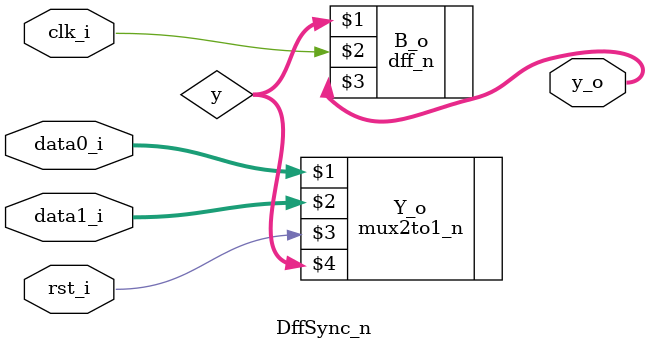
<source format=sv>
`include "src/library/dff_n.sv"
`include "src/library/mux2to1_n.sv"
module DffSync_n#(parameter n=4)(data0_i,data1_i,rst_i,clk_i,y_o);
input logic [n-1:0] data0_i,data1_i;
input logic rst_i,clk_i;
output logic [n-1:0]y_o;
 logic [n-1:0]y;
   	mux2to1_n#(n) Y_o(data0_i,data1_i,rst_i,y);//setup
    dff_n#(n) B_o(y,clk_i,y_o); 
endmodule:DffSync_n

</source>
